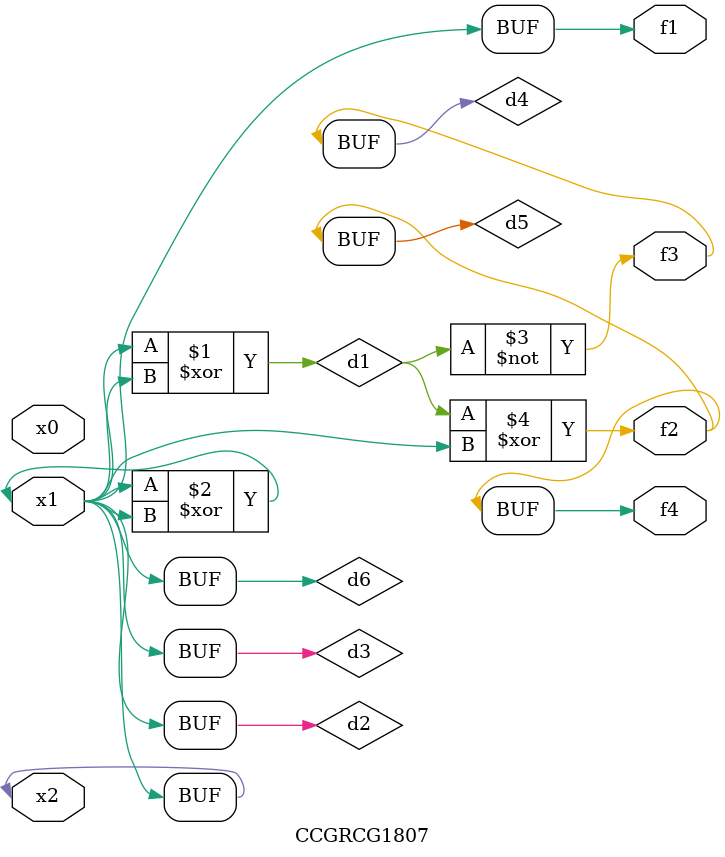
<source format=v>
module CCGRCG1807(
	input x0, x1, x2,
	output f1, f2, f3, f4
);

	wire d1, d2, d3, d4, d5, d6;

	xor (d1, x1, x2);
	buf (d2, x1, x2);
	xor (d3, x1, x2);
	nor (d4, d1);
	xor (d5, d1, d2);
	buf (d6, d2, d3);
	assign f1 = d6;
	assign f2 = d5;
	assign f3 = d4;
	assign f4 = d5;
endmodule

</source>
